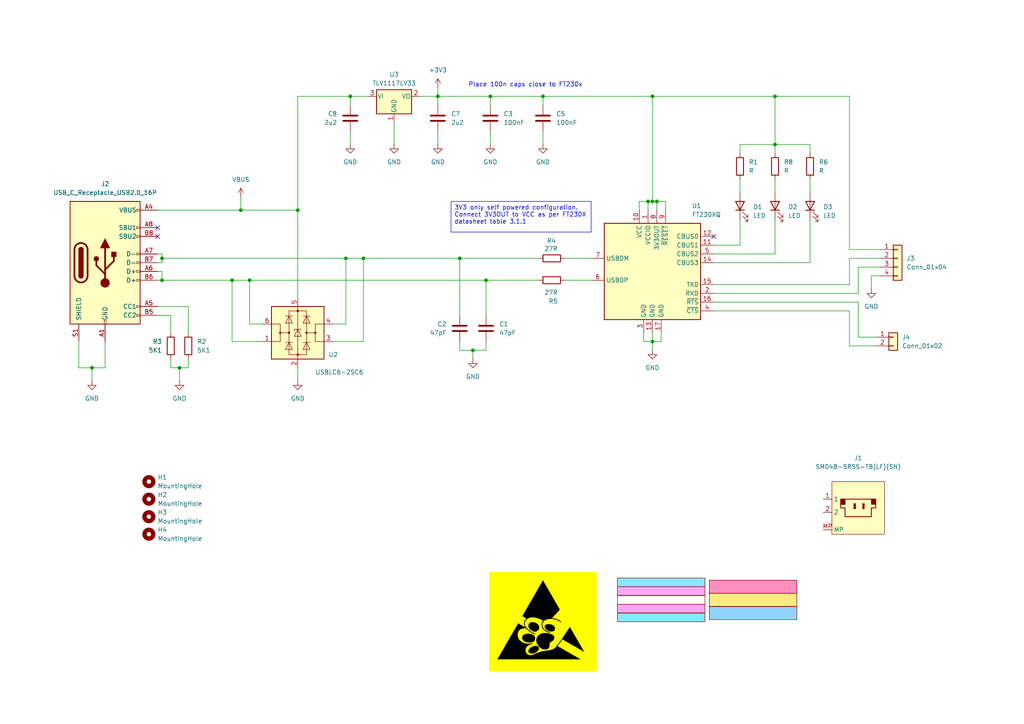
<source format=kicad_sch>
(kicad_sch (version 20231120) (generator "eeschema") (generator_version "8.0")
  (paper "A4")
  (lib_symbols
    (symbol "Connector:USB_C_Receptacle_USB2.0_16P" (pin_names (offset 1.016))
      (property "Reference" "J2" (at 0 22.86 0))
      (property "Value" "USB_C_Receptacle_USB2.0_16P" (at 0 20.32 0))
      (symbol "USB_C_Receptacle_USB2.0_16P_0_0"
        (rectangle (start -0.254 -17.78) (end 0.254 -16.764))
        (rectangle (start 10.16 -14.986) (end 9.144 -15.494))
        (rectangle (start 10.16 -12.446) (end 9.144 -12.954))
        (rectangle (start 10.16 -4.826) (end 9.144 -5.334))
        (rectangle (start 10.16 -2.286) (end 9.144 -2.794))
        (rectangle (start 10.16 0.254) (end 9.144 -0.254))
        (rectangle (start 10.16 2.794) (end 9.144 2.286))
        (rectangle (start 10.16 7.874) (end 9.144 7.366))
        (rectangle (start 10.16 10.414) (end 9.144 9.906))
        (rectangle (start 10.16 15.494) (end 9.144 14.986))
      )
      (symbol "USB_C_Receptacle_USB2.0_16P_0_1"
        (rectangle (start -10.16 17.78) (end 10.16 -17.78) (stroke (width 0.254)) (fill (type background)))
        (arc (start -8.89 -3.81) (mid -6.985 -5.7067) (end -5.08 -3.81) (stroke (width 0.508)))
        (arc (start -7.62 -3.81) (mid -6.985 -4.4423) (end -6.35 -3.81) (stroke (width 0.254)))
        (arc (start -7.62 -3.81) (mid -6.985 -4.4423) (end -6.35 -3.81) (stroke (width 0.254)) (fill (type outline)))
        (rectangle (start -7.62 -3.81) (end -6.35 3.81) (stroke (width 0.254)) (fill (type outline)))
        (arc (start -6.35 3.81) (mid -6.985 4.4423) (end -7.62 3.81) (stroke (width 0.254)))
        (arc (start -6.35 3.81) (mid -6.985 4.4423) (end -7.62 3.81) (stroke (width 0.254)) (fill (type outline)))
        (arc (start -5.08 3.81) (mid -6.985 5.7067) (end -8.89 3.81) (stroke (width 0.508)))
        (circle (center -2.54 1.143) (radius 0.635) (stroke (width 0.254)) (fill (type outline)))
        (circle (center 0 -5.842) (radius 1.27) (fill (type outline)))
        (polyline (pts (xy -8.89 -3.81) (xy -8.89 3.81)) (stroke (width 0.508)))
        (polyline (pts (xy -5.08 3.81) (xy -5.08 -3.81)) (stroke (width 0.508)))
        (polyline (pts (xy 0 -5.842) (xy 0 4.318)) (stroke (width 0.508)))
        (polyline (pts (xy 0 -3.302) (xy -2.54 -0.762) (xy -2.54 0.508)) (stroke (width 0.508)))
        (polyline (pts (xy 0 -2.032) (xy 2.54 0.508) (xy 2.54 1.778)) (stroke (width 0.508)))
        (polyline (pts (xy -1.27 4.318) (xy 0 6.858) (xy 1.27 4.318) (xy -1.27 4.318)) (stroke (width 0.254)) (fill (type outline)))
        (rectangle (start 1.905 1.778) (end 3.175 3.048) (stroke (width 0.254)) (fill (type outline)))
      )
      (symbol "USB_C_Receptacle_USB2.0_16P_1_1"
        (pin passive line (at 0 -22.86 90) (length 5.08) (name "GND") (number "A1"))
        (pin passive line (at 0 -22.86 90) (length 5.08) hide (name "GND") (number "A12"))
        (pin passive line (at 15.24 15.24 180) (length 5.08) (name "VBUS") (number "A4"))
        (pin bidirectional line (at 15.24 -12.7 180) (length 5.08) (name "CC1") (number "A5"))
        (pin bidirectional line (at 15.24 -2.54 180) (length 5.08) (name "D+") (number "A6"))
        (pin bidirectional line (at 15.24 2.54 180) (length 5.08) (name "D-") (number "A7"))
        (pin bidirectional line (at 15.24 10.16 180) (length 5.08) (name "SBU1") (number "A8"))
        (pin passive line (at 15.24 15.24 180) (length 5.08) hide (name "VBUS") (number "A9"))
        (pin passive line (at 0 -22.86 90) (length 5.08) hide (name "GND") (number "B1"))
        (pin passive line (at 0 -22.86 90) (length 5.08) hide (name "GND") (number "B12"))
        (pin passive line (at 15.24 15.24 180) (length 5.08) hide (name "VBUS") (number "B4"))
        (pin bidirectional line (at 15.24 -15.24 180) (length 5.08) (name "CC2") (number "B5"))
        (pin bidirectional line (at 15.24 -5.08 180) (length 5.08) (name "D+") (number "B6"))
        (pin bidirectional line (at 15.24 0 180) (length 5.08) (name "D-") (number "B7"))
        (pin bidirectional line (at 15.24 7.62 180) (length 5.08) (name "SBU2") (number "B8"))
        (pin passive line (at 15.24 15.24 180) (length 5.08) hide (name "VBUS") (number "B9"))
        (pin passive line (at -7.62 -22.86 90) (length 5.08) (name "SHIELD") (number "S1"))
      )
    )
    (symbol "Connector_Generic:Conn_01x02" (pin_names (offset 1.016) hide)
      (property "Reference" "J" (at 0 2.54 0))
      (property "Value" "Conn_01x02" (at 0 -5.08 0))
      (symbol "Conn_01x02_1_1"
        (rectangle (start -1.27 -2.413) (end 0 -2.667) (stroke (width 0.1524)))
        (rectangle (start -1.27 0.127) (end 0 -0.127) (stroke (width 0.1524)))
        (rectangle (start -1.27 1.27) (end 1.27 -3.81) (stroke (width 0.254)) (fill (type background)))
        (pin passive line (at -5.08 0 0) (length 3.81) (name "Pin_1") (number "1"))
        (pin passive line (at -5.08 -2.54 0) (length 3.81) (name "Pin_2") (number "2"))
      )
    )
    (symbol "Connector_Generic:Conn_01x04" (pin_names (offset 1.016) hide)
      (property "Reference" "J" (at 0 5.08 0))
      (property "Value" "Conn_01x04" (at 0 -7.62 0))
      (symbol "Conn_01x04_1_1"
        (rectangle (start -1.27 -4.953) (end 0 -5.207) (stroke (width 0.1524)))
        (rectangle (start -1.27 -2.413) (end 0 -2.667) (stroke (width 0.1524)))
        (rectangle (start -1.27 0.127) (end 0 -0.127) (stroke (width 0.1524)))
        (rectangle (start -1.27 2.667) (end 0 2.413) (stroke (width 0.1524)))
        (rectangle (start -1.27 3.81) (end 1.27 -6.35) (stroke (width 0.254)) (fill (type background)))
        (pin passive line (at -5.08 2.54 0) (length 3.81) (name "Pin_1") (number "1"))
        (pin passive line (at -5.08 0 0) (length 3.81) (name "Pin_2") (number "2"))
        (pin passive line (at -5.08 -2.54 0) (length 3.81) (name "Pin_3") (number "3"))
        (pin passive line (at -5.08 -5.08 0) (length 3.81) (name "Pin_4") (number "4"))
      )
    )
    (symbol "Device:C" (pin_numbers hide) (pin_names (offset 0.254))
      (property "Reference" "C" (at 0.635 2.54 0))
      (property "Value" "C" (at 0.635 -2.54 0))
      (symbol "C_0_1"
        (polyline (pts (xy -2.032 -0.762) (xy 2.032 -0.762)) (stroke (width 0.508)))
        (polyline (pts (xy -2.032 0.762) (xy 2.032 0.762)) (stroke (width 0.508)))
      )
      (symbol "C_1_1"
        (pin passive line (at 0 3.81 270) (length 2.794) (name "~") (number "1"))
        (pin passive line (at 0 -3.81 90) (length 2.794) (name "~") (number "2"))
      )
    )
    (symbol "Device:LED" (pin_numbers hide) (pin_names (offset 1.016) hide)
      (property "Reference" "D" (at 0 2.54 0))
      (property "Value" "LED" (at 0 -2.54 0))
      (symbol "LED_0_1"
        (polyline (pts (xy -1.27 -1.27) (xy -1.27 1.27)) (stroke (width 0.254)))
        (polyline (pts (xy -1.27 0) (xy 1.27 0)))
        (polyline (pts (xy 1.27 -1.27) (xy 1.27 1.27) (xy -1.27 0) (xy 1.27 -1.27)) (stroke (width 0.254)))
        (polyline (pts (xy -3.048 -0.762) (xy -4.572 -2.286) (xy -3.81 -2.286) (xy -4.572 -2.286) (xy -4.572 -1.524)))
        (polyline (pts (xy -1.778 -0.762) (xy -3.302 -2.286) (xy -2.54 -2.286) (xy -3.302 -2.286) (xy -3.302 -1.524)))
      )
      (symbol "LED_1_1"
        (pin passive line (at -3.81 0 0) (length 2.54) (name "K") (number "1"))
        (pin passive line (at 3.81 0 180) (length 2.54) (name "A") (number "2"))
      )
    )
    (symbol "Device:R" (pin_numbers hide) (pin_names (offset 0))
      (property "Reference" "R" (at 2.032 0 90))
      (property "Value" "R" (at 0 0 90))
      (symbol "R_0_1"
        (rectangle (start -1.016 -2.54) (end 1.016 2.54) (stroke (width 0.254)))
      )
      (symbol "R_1_1"
        (pin passive line (at 0 3.81 270) (length 1.27) (name "~") (number "1"))
        (pin passive line (at 0 -3.81 90) (length 1.27) (name "~") (number "2"))
      )
    )
    (symbol "Interface_USB:FT230XQ"
      (property "Reference" "U1" (at 11.43 19.05 0))
      (property "Value" "FT230XQ" (at 11.43 16.51 0))
      (symbol "FT230XQ_0_1"
        (rectangle (start -13.97 13.97) (end 13.97 -13.97) (stroke (width 0.254)) (fill (type background)))
      )
      (symbol "FT230XQ_1_1"
        (pin power_in line (at -1.27 17.78 270) (length 3.81) (name "VCCIO") (number "1"))
        (pin power_in line (at -3.81 17.78 270) (length 3.81) (name "VCC") (number "10"))
        (pin bidirectional line (at 17.78 7.62 180) (length 3.81) (name "CBUS1") (number "11"))
        (pin bidirectional line (at 17.78 10.16 180) (length 3.81) (name "CBUS0") (number "12"))
        (pin power_in line (at 0 -17.78 90) (length 3.81) (name "GND") (number "13"))
        (pin bidirectional line (at 17.78 2.54 180) (length 3.81) (name "CBUS3") (number "14"))
        (pin output line (at 17.78 -3.81 180) (length 3.81) (name "TXD") (number "15"))
        (pin output line (at 17.78 -8.89 180) (length 3.81) (name "~{RTS}") (number "16"))
        (pin power_in line (at 2.54 -17.78 90) (length 3.81) (name "GND") (number "17"))
        (pin input line (at 17.78 -6.35 180) (length 3.81) (name "RXD") (number "2"))
        (pin power_in line (at -2.54 -17.78 90) (length 3.81) (name "GND") (number "3"))
        (pin input line (at 17.78 -11.43 180) (length 3.81) (name "~{CTS}") (number "4"))
        (pin bidirectional line (at 17.78 5.08 180) (length 3.81) (name "CBUS2") (number "5"))
        (pin bidirectional line (at -17.78 -2.54 0) (length 3.81) (name "USBDP") (number "6"))
        (pin bidirectional line (at -17.78 3.81 0) (length 3.81) (name "USBDM") (number "7"))
        (pin power_out line (at 1.27 17.78 270) (length 3.81) (name "3V3OUT") (number "8"))
        (pin input line (at 3.81 17.78 270) (length 3.81) (name "~{RESET}") (number "9"))
      )
    )
    (symbol "Mechanical:MountingHole" (pin_names (offset 1.016)) (exclude_from_sim yes) (in_bom no)
      (property "Reference" "H" (at 0 5.08 0))
      (property "Value" "MountingHole" (at 0 3.175 0))
      (symbol "MountingHole_0_1"
        (circle (center 0 0) (radius 1.27) (stroke (width 1.27)))
      )
    )
    (symbol "Power_Protection:USBLC6-2SC6" (pin_names hide)
      (property "Reference" "U" (at 2.54 8.89 0))
      (property "Value" "USBLC6-2SC6" (at 2.54 -8.89 0))
      (symbol "USBLC6-2SC6_0_1"
        (rectangle (start -7.62 -7.62) (end 7.62 7.62) (stroke (width 0.254)) (fill (type background)))
        (circle (center -5.08 0) (radius 0.254) (fill (type outline)))
        (circle (center -2.54 0) (radius 0.254) (fill (type outline)))
        (rectangle (start -2.54 6.35) (end 2.54 -6.35))
        (circle (center 0 -6.35) (radius 0.254) (fill (type outline)))
        (polyline (pts (xy -5.08 -2.54) (xy -7.62 -2.54)))
        (polyline (pts (xy -5.08 0) (xy -5.08 -2.54)))
        (polyline (pts (xy -5.08 2.54) (xy -7.62 2.54)))
        (polyline (pts (xy -1.524 -2.794) (xy -3.556 -2.794)))
        (polyline (pts (xy -1.524 4.826) (xy -3.556 4.826)))
        (polyline (pts (xy 0 -7.62) (xy 0 -6.35)))
        (polyline (pts (xy 0 -6.35) (xy 0 1.27)))
        (polyline (pts (xy 0 1.27) (xy 0 6.35)))
        (polyline (pts (xy 0 6.35) (xy 0 7.62)))
        (polyline (pts (xy 1.524 -2.794) (xy 3.556 -2.794)))
        (polyline (pts (xy 1.524 4.826) (xy 3.556 4.826)))
        (polyline (pts (xy 5.08 -2.54) (xy 7.62 -2.54)))
        (polyline (pts (xy 5.08 0) (xy 5.08 -2.54)))
        (polyline (pts (xy 5.08 2.54) (xy 7.62 2.54)))
        (polyline (pts (xy -2.54 0) (xy -5.08 0) (xy -5.08 2.54)))
        (polyline (pts (xy 2.54 0) (xy 5.08 0) (xy 5.08 2.54)))
        (polyline (pts (xy -3.556 -4.826) (xy -1.524 -4.826) (xy -2.54 -2.794) (xy -3.556 -4.826)))
        (polyline (pts (xy -3.556 2.794) (xy -1.524 2.794) (xy -2.54 4.826) (xy -3.556 2.794)))
        (polyline (pts (xy -1.016 -1.016) (xy 1.016 -1.016) (xy 0 1.016) (xy -1.016 -1.016)))
        (polyline (pts (xy 1.016 1.016) (xy 0.762 1.016) (xy -1.016 1.016) (xy -1.016 0.508)))
        (polyline (pts (xy 3.556 -4.826) (xy 1.524 -4.826) (xy 2.54 -2.794) (xy 3.556 -4.826)))
        (polyline (pts (xy 3.556 2.794) (xy 1.524 2.794) (xy 2.54 4.826) (xy 3.556 2.794)))
        (circle (center 0 6.35) (radius 0.254) (fill (type outline)))
        (circle (center 2.54 0) (radius 0.254) (fill (type outline)))
        (circle (center 5.08 0) (radius 0.254) (fill (type outline)))
      )
      (symbol "USBLC6-2SC6_1_1"
        (pin passive line (at -10.16 -2.54 0) (length 2.54) (name "I/O1") (number "1"))
        (pin passive line (at 0 -10.16 90) (length 2.54) (name "GND") (number "2"))
        (pin passive line (at 10.16 -2.54 180) (length 2.54) (name "I/O2") (number "3"))
        (pin passive line (at 10.16 2.54 180) (length 2.54) (name "I/O2") (number "4"))
        (pin passive line (at 0 10.16 270) (length 2.54) (name "VBUS") (number "5"))
        (pin passive line (at -10.16 2.54 0) (length 2.54) (name "I/O1") (number "6"))
      )
    )
    (symbol "Regulator_Linear:TLV1117-33" (pin_names (offset 0.254))
      (property "Reference" "U" (at -3.81 3.175 0))
      (property "Value" "TLV1117-33" (at 0 3.175 0))
      (symbol "TLV1117-33_0_1"
        (rectangle (start -5.08 -5.08) (end 5.08 1.905) (stroke (width 0.254)) (fill (type background)))
      )
      (symbol "TLV1117-33_1_1"
        (pin power_in line (at 0 -7.62 90) (length 2.54) (name "GND") (number "1"))
        (pin power_out line (at 7.62 0 180) (length 2.54) (name "VO") (number "2"))
        (pin power_in line (at -7.62 0 0) (length 2.54) (name "VI") (number "3"))
      )
    )
    (symbol "board-to-wire:SM04B-SRSS-TB(LF)(SN)"
      (property "Reference" "J1" (at 0 13.208 0))
      (property "Value" "SM04B-SRSS-TB(LF)(SN)" (at 0 10.668 0))
      (symbol "SM04B-SRSS-TB(LF)(SN)_0_1"
        (rectangle (start -1.27 0) (end -0.762 -1.524) (stroke (width 0.1524)) (fill (type outline)))
        (polyline (pts (xy -3.81 1.27) (xy -3.81 0) (xy -3.81 -0.254) (xy -5.08 -0.254) (xy -4.826 -0.254)) (stroke (width 0.1524)) (fill (type outline)))
        (polyline (pts (xy -3.81 1.27) (xy -5.08 1.27) (xy -5.08 0) (xy -5.08 -0.254) (xy -3.81 -0.254) (xy -3.81 1.27) (xy -3.81 1.27)) (stroke (width 0.1524)) (fill (type outline)))
        (polyline (pts (xy 5.08 1.27) (xy 3.81 1.27) (xy 3.81 0) (xy 3.81 -0.254) (xy 5.08 -0.254) (xy 5.08 1.27) (xy 5.08 1.27)) (stroke (width 0.1524)) (fill (type outline)))
        (polyline (pts (xy -3.81 -3.81) (xy 3.81 -3.81) (xy 3.81 -1.27) (xy 5.08 -1.27) (xy 5.08 1.27) (xy -5.08 1.27) (xy -5.08 -1.27) (xy -3.81 -1.27) (xy -3.81 -3.81) (xy -3.81 -3.81)) (stroke (width 0.254)) (fill (type background)))
        (rectangle (start 1.27 0) (end 1.778 -1.524) (stroke (width 0.1524)) (fill (type outline)))
      )
      (symbol "SM04B-SRSS-TB(LF)(SN)_1_1"
        (rectangle (start -7.62 6.35) (end 7.62 -8.89) (fill (type background)))
        (pin passive line (at -10.16 1.27 0) (length 2.54) (name "1") (number "1"))
        (pin passive line (at -10.16 -2.54 0) (length 2.54) (name "2") (number "2"))
        (pin passive line (at -10.16 -7.62 0) (length 2.54) (name "MP") (number "MP"))
      )
    )
    (symbol "kicad-pride-flags:pansexual-flag" (pin_numbers hide) (pin_names (offset 0) hide) (in_bom no) (on_board no)
      (symbol "pansexual-flag_0_1"
        (rectangle (start -12.7 -1.27) (end 12.7 -5.08) (stroke (width 0.1524)) (fill (type color) (color 143 212 254 1)))
        (rectangle (start -12.7 2.54) (end 12.7 -1.27) (stroke (width 0.1524)) (fill (type color) (color 255 234 129 1)))
        (rectangle (start -12.7 6.35) (end 12.7 2.54) (stroke (width 0.1524)) (fill (type color) (color 254 142 192 1)))
      )
    )
    (symbol "kicad-pride-flags:trans-flag" (pin_numbers hide) (pin_names (offset 0) hide) (in_bom no) (on_board no)
      (symbol "trans-flag_0_1"
        (rectangle (start -12.7 2.54) (end 12.7 0) (stroke (width 0.1524)) (fill (type color) (color 140 230 255 1)))
        (rectangle (start -12.7 5.08) (end 12.7 2.54) (stroke (width 0.1524)) (fill (type color) (color 255 167 246 1)))
        (rectangle (start -12.7 7.62) (end 12.7 5.08) (stroke (width 0.1524)) (fill (type color) (color 255 255 255 1)))
        (rectangle (start -12.7 10.16) (end 12.7 7.62) (fill (type color) (color 255 167 246 1)))
        (rectangle (start -12.7 12.7) (end 12.7 10.16) (stroke (width 0.1524)) (fill (type color) (color 140 230 255 1)))
      )
    )
    (symbol "power:+3V3" (power) (pin_numbers hide) (pin_names (offset 0) hide)
      (property "Value" "+3V3" (at 0 3.556 0))
      (symbol "+3V3_0_1"
        (polyline (pts (xy -0.762 1.27) (xy 0 2.54)))
        (polyline (pts (xy 0 0) (xy 0 2.54)))
        (polyline (pts (xy 0 2.54) (xy 0.762 1.27)))
      )
      (symbol "+3V3_1_1"
        (pin power_in line (at 0 0 90) (length 0) (name "~") (number "1"))
      )
    )
    (symbol "power:GND" (power) (pin_numbers hide) (pin_names (offset 0) hide)
      (property "Value" "GND" (at 0 -3.81 0))
      (symbol "GND_0_1"
        (polyline (pts (xy 0 0) (xy 0 -1.27) (xy 1.27 -1.27) (xy 0 -2.54) (xy -1.27 -1.27) (xy 0 -1.27)))
      )
      (symbol "GND_1_1"
        (pin power_in line (at 0 0 270) (length 0) (name "~") (number "1"))
      )
    )
    (symbol "power:VBUS" (power) (pin_numbers hide) (pin_names (offset 0) hide)
      (property "Value" "VBUS" (at 0 3.556 0))
      (symbol "VBUS_0_1"
        (polyline (pts (xy -0.762 1.27) (xy 0 2.54)))
        (polyline (pts (xy 0 0) (xy 0 2.54)))
        (polyline (pts (xy 0 2.54) (xy 0.762 1.27)))
      )
      (symbol "VBUS_1_1"
        (pin power_in line (at 0 0 90) (length 0) (name "~") (number "1"))
      )
    )
  )
  (junction (at 189.23 27.94))
  (junction (at 157.48 27.94))
  (junction (at 127 27.94))
  (junction (at 224.79 27.94))
  (junction (at 189.23 99.06))
  (junction (at 101.6 27.94))
  (junction (at 86.36 60.96))
  (junction (at 67.31 81.28))
  (junction (at 26.67 106.68))
  (junction (at 133.35 74.93))
  (junction (at 100.33 74.93))
  (junction (at 224.79 41.91))
  (junction (at 142.24 27.94))
  (junction (at 187.96 58.42))
  (junction (at 46.99 74.93))
  (junction (at 72.39 81.28))
  (junction (at 52.07 106.68))
  (junction (at 105.41 74.93))
  (junction (at 189.23 58.42))
  (junction (at 69.85 60.96))
  (junction (at 140.97 81.28))
  (junction (at 137.16 101.6))
  (junction (at 46.99 81.28))
  (junction (at 190.5 58.42))
  (no_connect (at 207.01 68.58))
  (no_connect (at 45.72 68.58))
  (no_connect (at 45.72 66.04))
  (wire (pts (xy 224.79 27.94) (xy 246.38 27.94)))
  (wire (pts (xy 45.72 88.9) (xy 54.61 88.9)))
  (wire (pts (xy 26.67 106.68) (xy 30.48 106.68)))
  (wire (pts (xy 186.69 99.06) (xy 189.23 99.06)))
  (wire (pts (xy 157.48 27.94) (xy 157.48 30.48)))
  (wire (pts (xy 127 27.94) (xy 127 30.48)))
  (wire (pts (xy 49.53 104.14) (xy 49.53 106.68)))
  (wire (pts (xy 45.72 76.2) (xy 46.99 76.2)))
  (wire (pts (xy 127 25.4) (xy 127 27.94)))
  (wire (pts (xy 105.41 74.93) (xy 133.35 74.93)))
  (wire (pts (xy 133.35 99.06) (xy 133.35 101.6)))
  (wire (pts (xy 246.38 100.33) (xy 246.38 90.17)))
  (wire (pts (xy 67.31 81.28) (xy 72.39 81.28)))
  (wire (pts (xy 224.79 41.91) (xy 234.95 41.91)))
  (wire (pts (xy 246.38 90.17) (xy 207.01 90.17)))
  (wire (pts (xy 140.97 81.28) (xy 140.97 91.44)))
  (wire (pts (xy 252.73 83.82) (xy 252.73 80.01)))
  (wire (pts (xy 214.63 52.07) (xy 214.63 55.88)))
  (wire (pts (xy 86.36 106.68) (xy 86.36 110.49)))
  (wire (pts (xy 187.96 58.42) (xy 187.96 60.96)))
  (wire (pts (xy 207.01 82.55) (xy 246.38 82.55)))
  (wire (pts (xy 234.95 44.45) (xy 234.95 41.91)))
  (wire (pts (xy 248.92 77.47) (xy 255.27 77.47)))
  (wire (pts (xy 105.41 74.93) (xy 105.41 99.06)))
  (wire (pts (xy 142.24 38.1) (xy 142.24 41.91)))
  (wire (pts (xy 252.73 80.01) (xy 255.27 80.01)))
  (wire (pts (xy 189.23 99.06) (xy 191.77 99.06)))
  (wire (pts (xy 45.72 78.74) (xy 46.99 78.74)))
  (wire (pts (xy 72.39 81.28) (xy 72.39 93.98)))
  (wire (pts (xy 46.99 73.66) (xy 46.99 74.93)))
  (wire (pts (xy 121.92 27.94) (xy 127 27.94)))
  (wire (pts (xy 26.67 106.68) (xy 26.67 110.49)))
  (wire (pts (xy 133.35 101.6) (xy 137.16 101.6)))
  (wire (pts (xy 46.99 78.74) (xy 46.99 81.28)))
  (wire (pts (xy 207.01 73.66) (xy 224.79 73.66)))
  (wire (pts (xy 133.35 74.93) (xy 156.21 74.93)))
  (wire (pts (xy 45.72 91.44) (xy 49.53 91.44)))
  (wire (pts (xy 214.63 41.91) (xy 224.79 41.91)))
  (wire (pts (xy 246.38 74.93) (xy 255.27 74.93)))
  (wire (pts (xy 46.99 81.28) (xy 67.31 81.28)))
  (wire (pts (xy 189.23 96.52) (xy 189.23 99.06)))
  (wire (pts (xy 101.6 27.94) (xy 101.6 30.48)))
  (wire (pts (xy 246.38 27.94) (xy 246.38 72.39)))
  (wire (pts (xy 189.23 99.06) (xy 189.23 101.6)))
  (wire (pts (xy 248.92 85.09) (xy 248.92 77.47)))
  (wire (pts (xy 22.86 106.68) (xy 26.67 106.68)))
  (wire (pts (xy 248.92 97.79) (xy 254 97.79)))
  (wire (pts (xy 163.83 81.28) (xy 171.45 81.28)))
  (wire (pts (xy 207.01 85.09) (xy 248.92 85.09)))
  (wire (pts (xy 142.24 27.94) (xy 157.48 27.94)))
  (wire (pts (xy 101.6 38.1) (xy 101.6 41.91)))
  (wire (pts (xy 214.63 44.45) (xy 214.63 41.91)))
  (wire (pts (xy 190.5 58.42) (xy 190.5 60.96)))
  (wire (pts (xy 246.38 82.55) (xy 246.38 74.93)))
  (wire (pts (xy 246.38 72.39) (xy 255.27 72.39)))
  (wire (pts (xy 52.07 106.68) (xy 52.07 110.49)))
  (wire (pts (xy 76.2 93.98) (xy 72.39 93.98)))
  (wire (pts (xy 46.99 81.28) (xy 45.72 81.28)))
  (wire (pts (xy 185.42 58.42) (xy 185.42 60.96)))
  (wire (pts (xy 246.38 100.33) (xy 254 100.33)))
  (wire (pts (xy 69.85 60.96) (xy 86.36 60.96)))
  (wire (pts (xy 45.72 73.66) (xy 46.99 73.66)))
  (wire (pts (xy 46.99 74.93) (xy 100.33 74.93)))
  (wire (pts (xy 49.53 106.68) (xy 52.07 106.68)))
  (wire (pts (xy 52.07 106.68) (xy 54.61 106.68)))
  (wire (pts (xy 248.92 87.63) (xy 207.01 87.63)))
  (wire (pts (xy 234.95 52.07) (xy 234.95 55.88)))
  (wire (pts (xy 214.63 71.12) (xy 214.63 63.5)))
  (wire (pts (xy 106.68 27.94) (xy 101.6 27.94)))
  (wire (pts (xy 187.96 58.42) (xy 185.42 58.42)))
  (wire (pts (xy 157.48 27.94) (xy 189.23 27.94)))
  (wire (pts (xy 224.79 27.94) (xy 224.79 41.91)))
  (wire (pts (xy 45.72 60.96) (xy 69.85 60.96)))
  (wire (pts (xy 22.86 99.06) (xy 22.86 106.68)))
  (wire (pts (xy 207.01 71.12) (xy 214.63 71.12)))
  (wire (pts (xy 72.39 81.28) (xy 140.97 81.28)))
  (wire (pts (xy 189.23 27.94) (xy 224.79 27.94)))
  (wire (pts (xy 163.83 74.93) (xy 171.45 74.93)))
  (wire (pts (xy 142.24 27.94) (xy 142.24 30.48)))
  (wire (pts (xy 189.23 27.94) (xy 189.23 58.42)))
  (wire (pts (xy 157.48 38.1) (xy 157.48 41.91)))
  (wire (pts (xy 186.69 96.52) (xy 186.69 99.06)))
  (wire (pts (xy 76.2 99.06) (xy 67.31 99.06)))
  (wire (pts (xy 224.79 73.66) (xy 224.79 63.5)))
  (wire (pts (xy 30.48 106.68) (xy 30.48 99.06)))
  (wire (pts (xy 191.77 99.06) (xy 191.77 96.52)))
  (wire (pts (xy 54.61 104.14) (xy 54.61 106.68)))
  (wire (pts (xy 140.97 81.28) (xy 156.21 81.28)))
  (wire (pts (xy 127 27.94) (xy 142.24 27.94)))
  (wire (pts (xy 224.79 41.91) (xy 224.79 44.45)))
  (wire (pts (xy 137.16 101.6) (xy 137.16 104.14)))
  (wire (pts (xy 207.01 76.2) (xy 234.95 76.2)))
  (wire (pts (xy 96.52 99.06) (xy 105.41 99.06)))
  (wire (pts (xy 67.31 81.28) (xy 67.31 99.06)))
  (wire (pts (xy 54.61 88.9) (xy 54.61 96.52)))
  (wire (pts (xy 96.52 93.98) (xy 100.33 93.98)))
  (wire (pts (xy 86.36 86.36) (xy 86.36 60.96)))
  (wire (pts (xy 193.04 60.96) (xy 193.04 58.42)))
  (wire (pts (xy 133.35 74.93) (xy 133.35 91.44)))
  (wire (pts (xy 69.85 57.15) (xy 69.85 60.96)))
  (wire (pts (xy 127 38.1) (xy 127 41.91)))
  (wire (pts (xy 140.97 101.6) (xy 140.97 99.06)))
  (wire (pts (xy 100.33 74.93) (xy 105.41 74.93)))
  (wire (pts (xy 193.04 58.42) (xy 190.5 58.42)))
  (wire (pts (xy 137.16 101.6) (xy 140.97 101.6)))
  (wire (pts (xy 189.23 58.42) (xy 187.96 58.42)))
  (wire (pts (xy 46.99 74.93) (xy 46.99 76.2)))
  (wire (pts (xy 86.36 27.94) (xy 86.36 60.96)))
  (wire (pts (xy 101.6 27.94) (xy 86.36 27.94)))
  (wire (pts (xy 234.95 63.5) (xy 234.95 76.2)))
  (wire (pts (xy 190.5 58.42) (xy 189.23 58.42)))
  (wire (pts (xy 114.3 35.56) (xy 114.3 41.91)))
  (wire (pts (xy 100.33 74.93) (xy 100.33 93.98)))
  (wire (pts (xy 224.79 52.07) (xy 224.79 55.88)))
  (wire (pts (xy 49.53 91.44) (xy 49.53 96.52)))
  (wire (pts (xy 248.92 97.79) (xy 248.92 87.63)))
  (image (at 157.48 180.34) (scale 0.101541))
  (text_box "3V3 only self powered configuration. \nConnect 3V3OUT to VCC as per FT230X datasheet table 3.1.1" (at 130.81 58.42 0) (size 40.64 8.89) (effects (font (size 1.27 1.27)) (justify left top)))
  (text "Place 100n caps close to FT230x" (at 152.4 24.638 0) (effects (font (size 1.27 1.27))))
  (symbol (lib_id "Connector_Generic:Conn_01x04") (at 260.35 74.93 0) (unit 1)
    (property "Reference" "J3" (at 262.89 74.9299 0) (effects (justify left)))
    (property "Value" "Conn_01x04" (at 262.89 77.4699 0) (effects (justify left)))
    (property "Footprint" "Connector_PinHeader_2.54mm:PinHeader_1x04_P2.54mm_Horizontal" (effects (hide yes)))
    (property "Description" "Generic connector, single row, 01x04, script generated (kicad-library-utils/schlib/autogen/connector/)" (effects (hide yes)))
  )
  (symbol (lib_id "Device:R") (at 49.53 100.33 0) (mirror y) (unit 1)
    (property "Reference" "R3" (at 46.99 99.0599 0) (effects (justify left)))
    (property "Value" "5K1" (at 46.99 101.5999 0) (effects (justify left)))
    (property "Footprint" "Resistor_SMD:R_0603_1608Metric" (effects (hide yes)))
    (property "Description" "Resistor" (effects (hide yes)))
  )
  (symbol (lib_id "power:GND") (at 52.07 110.49 0) (unit 1)
    (property "Reference" "#PWR01" (effects (hide yes)))
    (property "Value" "GND" (at 52.07 115.57 0))
    (property "Description" "Power symbol creates a global label with name \"GND\" , ground" (effects (hide yes)))
  )
  (symbol (lib_id "power:GND") (at 86.36 110.49 0) (unit 1)
    (property "Reference" "#PWR07" (effects (hide yes)))
    (property "Value" "GND" (at 86.36 115.57 0))
    (property "Description" "Power symbol creates a global label with name \"GND\" , ground" (effects (hide yes)))
  )
  (symbol (lib_id "Device:R") (at 160.02 81.28 90) (mirror x) (unit 1)
    (property "Reference" "R5" (at 161.798 87.376 90) (effects (justify left)))
    (property "Value" "27R" (at 161.798 84.836 90) (effects (justify left)))
    (property "Footprint" "Resistor_SMD:R_0603_1608Metric" (effects (hide yes)))
    (property "Description" "Resistor" (effects (hide yes)))
  )
  (symbol (lib_id "Device:R") (at 224.79 48.26 0) (unit 1)
    (property "Reference" "R8" (at 227.33 46.9899 0) (effects (justify left)))
    (property "Value" "R" (at 227.33 49.5299 0) (effects (justify left)))
    (property "Footprint" "Resistor_SMD:R_0603_1608Metric" (effects (hide yes)))
    (property "Description" "Resistor" (effects (hide yes)))
  )
  (symbol (lib_id "Connector_Generic:Conn_01x02") (at 259.08 97.79 0) (unit 1)
    (property "Reference" "J4" (at 261.62 97.7899 0) (effects (justify left)))
    (property "Value" "Conn_01x02" (at 261.62 100.3299 0) (effects (justify left)))
    (property "Footprint" "Connector_PinHeader_2.54mm:PinHeader_1x02_P2.54mm_Horizontal" (effects (hide yes)))
    (property "Description" "Generic connector, single row, 01x02, script generated (kicad-library-utils/schlib/autogen/connector/)" (effects (hide yes)))
  )
  (symbol (lib_id "Mechanical:MountingHole") (at 43.18 139.7 0) (unit 1) (exclude_from_sim yes) (in_bom no)
    (property "Reference" "H1" (at 45.72 138.4299 0) (effects (justify left)))
    (property "Value" "MountingHole" (at 45.72 140.9699 0) (effects (justify left)))
    (property "Footprint" "MountingHole:MountingHole_3.2mm_M3_DIN965" (effects (hide yes)))
    (property "Description" "Mounting Hole without connection" (effects (hide yes)))
  )
  (symbol (lib_id "Power_Protection:USBLC6-2SC6") (at 86.36 96.52 0) (unit 1)
    (property "Reference" "U2" (at 95.25 102.87 0) (effects (justify left)))
    (property "Value" "USBLC6-2SC6" (at 91.44 107.95 0) (effects (justify left)))
    (property "Footprint" "Package_TO_SOT_SMD:SOT-23-6" (effects (hide yes)))
    (property "Datasheet" "https://www.st.com/resource/en/datasheet/usblc6-2.pdf" (effects (hide yes)))
  )
  (symbol (lib_id "Device:R") (at 54.61 100.33 0) (unit 1)
    (property "Reference" "R2" (at 57.15 99.0599 0) (effects (justify left)))
    (property "Value" "5K1" (at 57.15 101.5999 0) (effects (justify left)))
    (property "Footprint" "Resistor_SMD:R_0603_1608Metric" (effects (hide yes)))
    (property "Description" "Resistor" (effects (hide yes)))
  )
  (symbol (lib_id "power:GND") (at 101.6 41.91 0) (unit 1)
    (property "Reference" "#PWR09" (effects (hide yes)))
    (property "Value" "GND" (at 101.6 46.99 0))
    (property "Description" "Power symbol creates a global label with name \"GND\" , ground" (effects (hide yes)))
  )
  (symbol (lib_id "power:GND") (at 137.16 104.14 0) (unit 1)
    (property "Reference" "#PWR06" (effects (hide yes)))
    (property "Value" "GND" (at 137.16 109.22 0))
    (property "Description" "Power symbol creates a global label with name \"GND\" , ground" (effects (hide yes)))
  )
  (symbol (lib_id "power:GND") (at 142.24 41.91 0) (unit 1)
    (property "Reference" "#PWR012" (effects (hide yes)))
    (property "Value" "GND" (at 142.24 46.99 0))
    (property "Description" "Power symbol creates a global label with name \"GND\" , ground" (effects (hide yes)))
  )
  (symbol (lib_id "Interface_USB:FT230XQ") (at 189.23 78.74 0) (unit 1)
    (property "Reference" "U1" (at 200.66 59.69 0) (effects (justify left)))
    (property "Value" "FT230XQ" (at 200.66 62.23 0) (effects (justify left)))
    (property "Footprint" "Package_DFN_QFN:QFN-16-1EP_4x4mm_P0.65mm_EP2.1x2.1mm" (effects (hide yes)))
    (property "Datasheet" "https://www.ftdichip.com/Support/Documents/DataSheets/ICs/DS_FT230X.pdf" (effects (hide yes)))
    (property "Description" "Full Speed USB to Basic UART, QFN-16" (effects (hide yes)))
  )
  (symbol (lib_id "power:GND") (at 189.23 101.6 0) (unit 1)
    (property "Reference" "#PWR05" (effects (hide yes)))
    (property "Value" "GND" (at 189.23 106.68 0))
    (property "Description" "Power symbol creates a global label with name \"GND\" , ground" (effects (hide yes)))
  )
  (symbol (lib_id "power:GND") (at 157.48 41.91 0) (unit 1)
    (property "Reference" "#PWR013" (effects (hide yes)))
    (property "Value" "GND" (at 157.48 46.99 0))
    (property "Description" "Power symbol creates a global label with name \"GND\" , ground" (effects (hide yes)))
  )
  (symbol (lib_id "Device:R") (at 160.02 74.93 90) (unit 1)
    (property "Reference" "R4" (at 161.29 69.85 90) (effects (justify left)))
    (property "Value" "27R" (at 161.798 72.136 90) (effects (justify left)))
    (property "Footprint" "Resistor_SMD:R_0603_1608Metric" (effects (hide yes)))
    (property "Description" "Resistor" (effects (hide yes)))
  )
  (symbol (lib_id "kicad-pride-flags:pansexual-flag") (at 218.44 174.625 0) (unit 1) (in_bom no) (on_board no)
    (property "Reference" "#LOGO2" (effects (hide yes)))
    (property "Value" "pansexual-flag" (effects (hide yes)))
  )
  (symbol (lib_id "Device:R") (at 234.95 48.26 0) (unit 1)
    (property "Reference" "R6" (at 237.49 46.9899 0) (effects (justify left)))
    (property "Value" "R" (at 237.49 49.5299 0) (effects (justify left)))
    (property "Footprint" "Resistor_SMD:R_0603_1608Metric" (effects (hide yes)))
    (property "Description" "Resistor" (effects (hide yes)))
  )
  (symbol (lib_id "Connector:USB_C_Receptacle_USB2.0_16P") (at 30.48 76.2 0) (unit 1)
    (property "Reference" "J2" (at 30.48 53.34 0))
    (property "Value" "USB_C_Receptacle_USB2.0_16P" (at 30.48 55.88 0))
    (property "Footprint" "Connector_USB:USB_C_Receptacle_JAE_DX07S016JA1R1500" (effects (hide yes)))
    (property "Datasheet" "https://www.usb.org/sites/default/files/documents/usb_type-c.zip" (effects (hide yes)))
    (property "Description" "USB 2.0-only 16P Type-C Receptacle connector" (effects (hide yes)))
  )
  (symbol (lib_id "Mechanical:MountingHole") (at 43.18 144.78 0) (unit 1) (exclude_from_sim yes) (in_bom no)
    (property "Reference" "H2" (at 45.72 143.5099 0) (effects (justify left)))
    (property "Value" "MountingHole" (at 45.72 146.0499 0) (effects (justify left)))
    (property "Footprint" "MountingHole:MountingHole_3.2mm_M3_DIN965" (effects (hide yes)))
    (property "Description" "Mounting Hole without connection" (effects (hide yes)))
  )
  (symbol (lib_id "power:VBUS") (at 69.85 57.15 0) (unit 1)
    (property "Reference" "#PWR03" (effects (hide yes)))
    (property "Value" "VBUS" (at 69.85 52.07 0))
    (property "Description" "Power symbol creates a global label with name \"VBUS\"" (effects (hide yes)))
  )
  (symbol (lib_id "power:+3V3") (at 127 25.4 0) (unit 1)
    (property "Reference" "#PWR04" (effects (hide yes)))
    (property "Value" "+3V3" (at 127 20.32 0))
    (property "Description" "Power symbol creates a global label with name \"+3V3\"" (effects (hide yes)))
  )
  (symbol (lib_id "board-to-wire:SM04B-SRSS-TB(LF)(SN)") (at 248.92 146.05 0) (unit 1)
    (property "Reference" "J1" (at 248.92 132.842 0))
    (property "Value" "SM04B-SRSS-TB(LF)(SN)" (at 248.92 135.382 0))
    (property "Footprint" "Board to Wire Connectors:SM04B-SRSS-TB(LF)(SN)" (effects (hide yes)))
    (property "Datasheet" "https://www.jst-mfg.com/product/pdf/eng/eSH.pdf" (effects (hide yes)))
    (property "MPN" "SM04B-SRSS-TB(LF)(SN)" (effects (hide yes)))
    (property "MFG" "JST" (effects (hide yes)))
    (property "RoHS" "Yes" (effects (hide yes)))
    (property "Status" "Active" (effects (hide yes)))
  )
  (symbol (lib_id "Device:C") (at 140.97 95.25 0) (unit 1)
    (property "Reference" "C1" (at 144.78 93.9799 0) (effects (justify left)))
    (property "Value" "47pF" (at 144.78 96.5199 0) (effects (justify left)))
    (property "Footprint" "Capacitor_SMD:C_0603_1608Metric" (effects (hide yes)))
    (property "Description" "Unpolarized capacitor" (effects (hide yes)))
  )
  (symbol (lib_id "Device:LED") (at 214.63 59.69 90) (unit 1)
    (property "Reference" "D1" (at 218.44 60.0074 90) (effects (justify right)))
    (property "Value" "LED" (at 218.44 62.5474 90) (effects (justify right)))
    (property "Footprint" "LED_SMD:LED_0603_1608Metric" (effects (hide yes)))
    (property "Description" "Light emitting diode" (effects (hide yes)))
  )
  (symbol (lib_id "Device:LED") (at 234.95 59.69 90) (unit 1)
    (property "Reference" "D3" (at 238.76 60.0074 90) (effects (justify right)))
    (property "Value" "LED" (at 238.76 62.5474 90) (effects (justify right)))
    (property "Footprint" "LED_SMD:LED_0603_1608Metric" (effects (hide yes)))
    (property "Description" "Light emitting diode" (effects (hide yes)))
  )
  (symbol (lib_id "Device:C") (at 157.48 34.29 0) (unit 1)
    (property "Reference" "C5" (at 161.29 33.0199 0) (effects (justify left)))
    (property "Value" "100nF" (at 161.29 35.5599 0) (effects (justify left)))
    (property "Footprint" "Capacitor_SMD:C_0603_1608Metric" (effects (hide yes)))
    (property "Description" "Unpolarized capacitor" (effects (hide yes)))
  )
  (symbol (lib_id "Regulator_Linear:TLV1117-33") (at 114.3 27.94 0) (unit 1)
    (property "Reference" "U3" (at 114.3 21.59 0))
    (property "Value" "TLV1117LV33" (at 114.3 24.13 0))
    (property "Footprint" "Package_TO_SOT_SMD:SOT-223-3_TabPin2" (effects (hide yes)))
    (property "Datasheet" "https://www.ti.com/lit/ds/symlink/tlv1117lv.pdf" (effects (hide yes)))
    (property "Description" "1A Low-Dropout Linear Regulator, 3.3V fixed output, SOT-223" (effects (hide yes)))
  )
  (symbol (lib_id "power:GND") (at 127 41.91 0) (unit 1)
    (property "Reference" "#PWR010" (effects (hide yes)))
    (property "Value" "GND" (at 127 46.99 0))
    (property "Description" "Power symbol creates a global label with name \"GND\" , ground" (effects (hide yes)))
  )
  (symbol (lib_id "Device:C") (at 101.6 34.29 0) (mirror y) (unit 1)
    (property "Reference" "C8" (at 97.79 33.0199 0) (effects (justify left)))
    (property "Value" "2u2" (at 97.79 35.5599 0) (effects (justify left)))
    (property "Footprint" "Capacitor_SMD:C_0805_2012Metric" (effects (hide yes)))
    (property "Description" "Unpolarized capacitor" (effects (hide yes)))
  )
  (symbol (lib_id "power:GND") (at 114.3 41.91 0) (unit 1)
    (property "Reference" "#PWR08" (effects (hide yes)))
    (property "Value" "GND" (at 114.3 46.99 0))
    (property "Description" "Power symbol creates a global label with name \"GND\" , ground" (effects (hide yes)))
  )
  (symbol (lib_id "Device:R") (at 214.63 48.26 0) (unit 1)
    (property "Reference" "R1" (at 217.17 46.9899 0) (effects (justify left)))
    (property "Value" "R" (at 217.17 49.5299 0) (effects (justify left)))
    (property "Footprint" "Resistor_SMD:R_0603_1608Metric" (effects (hide yes)))
    (property "Description" "Resistor" (effects (hide yes)))
  )
  (symbol (lib_id "Device:LED") (at 224.79 59.69 90) (unit 1)
    (property "Reference" "D2" (at 228.6 60.0074 90) (effects (justify right)))
    (property "Value" "LED" (at 228.6 62.5474 90) (effects (justify right)))
    (property "Footprint" "LED_SMD:LED_0603_1608Metric" (effects (hide yes)))
    (property "Description" "Light emitting diode" (effects (hide yes)))
  )
  (symbol (lib_id "Device:C") (at 133.35 95.25 0) (mirror y) (unit 1)
    (property "Reference" "C2" (at 129.54 93.9799 0) (effects (justify left)))
    (property "Value" "47pF" (at 129.54 96.5199 0) (effects (justify left)))
    (property "Footprint" "Capacitor_SMD:C_0603_1608Metric" (effects (hide yes)))
    (property "Description" "Unpolarized capacitor" (effects (hide yes)))
  )
  (symbol (lib_id "Mechanical:MountingHole") (at 43.18 149.86 0) (unit 1) (exclude_from_sim yes) (in_bom no)
    (property "Reference" "H3" (at 45.72 148.5899 0) (effects (justify left)))
    (property "Value" "MountingHole" (at 45.72 151.1299 0) (effects (justify left)))
    (property "Footprint" "MountingHole:MountingHole_3.2mm_M3_DIN965" (effects (hide yes)))
    (property "Description" "Mounting Hole without connection" (effects (hide yes)))
  )
  (symbol (lib_id "power:GND") (at 252.73 83.82 0) (unit 1)
    (property "Reference" "#PWR011" (effects (hide yes)))
    (property "Value" "GND" (at 252.73 88.9 0))
    (property "Description" "Power symbol creates a global label with name \"GND\" , ground" (effects (hide yes)))
  )
  (symbol (lib_id "Device:C") (at 127 34.29 0) (unit 1)
    (property "Reference" "C7" (at 130.81 33.0199 0) (effects (justify left)))
    (property "Value" "2u2" (at 130.81 35.5599 0) (effects (justify left)))
    (property "Footprint" "Capacitor_SMD:C_0805_2012Metric" (effects (hide yes)))
    (property "Description" "Unpolarized capacitor" (effects (hide yes)))
  )
  (symbol (lib_id "Device:C") (at 142.24 34.29 0) (unit 1)
    (property "Reference" "C3" (at 146.05 33.0199 0) (effects (justify left)))
    (property "Value" "100nF" (at 146.05 35.5599 0) (effects (justify left)))
    (property "Footprint" "Capacitor_SMD:C_0603_1608Metric" (effects (hide yes)))
    (property "Description" "Unpolarized capacitor" (effects (hide yes)))
  )
  (symbol (lib_id "power:GND") (at 26.67 110.49 0) (unit 1)
    (property "Reference" "#PWR02" (effects (hide yes)))
    (property "Value" "GND" (at 26.67 115.57 0))
    (property "Description" "Power symbol creates a global label with name \"GND\" , ground" (effects (hide yes)))
  )
  (symbol (lib_id "kicad-pride-flags:trans-flag") (at 191.77 180.34 0) (unit 1) (in_bom no) (on_board no)
    (property "Reference" "#LOGO1" (effects (hide yes)))
    (property "Value" "trans-flag" (effects (hide yes)))
  )
  (symbol (lib_id "Mechanical:MountingHole") (at 43.18 154.94 0) (unit 1) (exclude_from_sim yes) (in_bom no)
    (property "Reference" "H4" (at 45.72 153.6699 0) (effects (justify left)))
    (property "Value" "MountingHole" (at 45.72 156.2099 0) (effects (justify left)))
    (property "Footprint" "MountingHole:MountingHole_3.2mm_M3_DIN965" (effects (hide yes)))
    (property "Description" "Mounting Hole without connection" (effects (hide yes)))
  )
)
</source>
